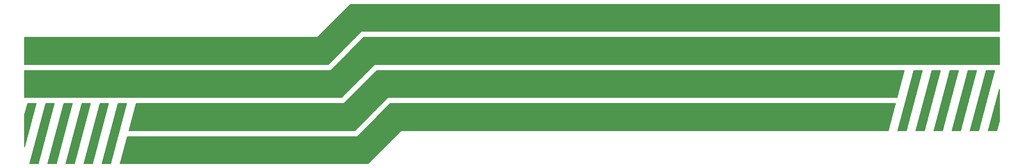
<source format=gtl>
G75*
G70*
%OFA0B0*%
%FSLAX24Y24*%
%IPPOS*%
%LPD*%
%AMOC8*
5,1,8,0,0,1.08239X$1,22.5*
%
%ADD10C,0.0050*%
D10*
X001798Y028770D02*
X003113Y033770D01*
X003813Y033770D01*
X002498Y028770D01*
X001798Y028770D01*
X001809Y028814D02*
X002509Y028814D01*
X002522Y028862D02*
X001822Y028862D01*
X001834Y028911D02*
X002534Y028911D01*
X002547Y028959D02*
X001847Y028959D01*
X001860Y029008D02*
X002560Y029008D01*
X002573Y029056D02*
X001873Y029056D01*
X001886Y029105D02*
X002586Y029105D01*
X002598Y029153D02*
X001898Y029153D01*
X001911Y029202D02*
X002611Y029202D01*
X002624Y029250D02*
X001924Y029250D01*
X001937Y029299D02*
X002637Y029299D01*
X002649Y029347D02*
X001949Y029347D01*
X001962Y029396D02*
X002662Y029396D01*
X002675Y029444D02*
X001975Y029444D01*
X001988Y029493D02*
X002688Y029493D01*
X002700Y029541D02*
X002000Y029541D01*
X002013Y029590D02*
X002713Y029590D01*
X002726Y029638D02*
X002026Y029638D01*
X002039Y029687D02*
X002739Y029687D01*
X002751Y029735D02*
X002051Y029735D01*
X002064Y029784D02*
X002764Y029784D01*
X002777Y029832D02*
X002077Y029832D01*
X002090Y029881D02*
X002790Y029881D01*
X002802Y029929D02*
X002102Y029929D01*
X002115Y029978D02*
X002815Y029978D01*
X002828Y030026D02*
X002128Y030026D01*
X002141Y030075D02*
X002841Y030075D01*
X002853Y030123D02*
X002153Y030123D01*
X002166Y030172D02*
X002866Y030172D01*
X002879Y030220D02*
X002179Y030220D01*
X002192Y030269D02*
X002892Y030269D01*
X002904Y030317D02*
X002204Y030317D01*
X002217Y030366D02*
X002917Y030366D01*
X002930Y030414D02*
X002230Y030414D01*
X002243Y030463D02*
X002943Y030463D01*
X002955Y030511D02*
X002255Y030511D01*
X002268Y030560D02*
X002968Y030560D01*
X002981Y030608D02*
X002281Y030608D01*
X002294Y030657D02*
X002994Y030657D01*
X003006Y030705D02*
X002306Y030705D01*
X002319Y030754D02*
X003019Y030754D01*
X003032Y030802D02*
X002332Y030802D01*
X002345Y030851D02*
X003045Y030851D01*
X003057Y030899D02*
X002357Y030899D01*
X002370Y030948D02*
X003070Y030948D01*
X003083Y030996D02*
X002383Y030996D01*
X002396Y031045D02*
X003096Y031045D01*
X003108Y031093D02*
X002408Y031093D01*
X002421Y031142D02*
X003121Y031142D01*
X003134Y031190D02*
X002434Y031190D01*
X002447Y031239D02*
X003147Y031239D01*
X003160Y031287D02*
X002460Y031287D01*
X002472Y031336D02*
X003172Y031336D01*
X003185Y031384D02*
X002485Y031384D01*
X002498Y031433D02*
X003198Y031433D01*
X003211Y031481D02*
X002511Y031481D01*
X002523Y031530D02*
X003223Y031530D01*
X003236Y031578D02*
X002536Y031578D01*
X002549Y031627D02*
X003249Y031627D01*
X003262Y031675D02*
X002562Y031675D01*
X002574Y031724D02*
X003274Y031724D01*
X003287Y031772D02*
X002587Y031772D01*
X002600Y031821D02*
X003300Y031821D01*
X003313Y031869D02*
X002613Y031869D01*
X002625Y031918D02*
X003325Y031918D01*
X003338Y031966D02*
X002638Y031966D01*
X002651Y032015D02*
X003351Y032015D01*
X003364Y032063D02*
X002664Y032063D01*
X002676Y032112D02*
X003376Y032112D01*
X003389Y032160D02*
X002689Y032160D01*
X002702Y032209D02*
X003402Y032209D01*
X003415Y032257D02*
X002715Y032257D01*
X002727Y032306D02*
X003427Y032306D01*
X003440Y032354D02*
X002740Y032354D01*
X002753Y032403D02*
X003453Y032403D01*
X003466Y032451D02*
X002766Y032451D01*
X002778Y032500D02*
X003478Y032500D01*
X003491Y032548D02*
X002791Y032548D01*
X002804Y032597D02*
X003504Y032597D01*
X003517Y032645D02*
X002817Y032645D01*
X002829Y032694D02*
X003529Y032694D01*
X003542Y032742D02*
X002842Y032742D01*
X002855Y032791D02*
X003555Y032791D01*
X003568Y032839D02*
X002868Y032839D01*
X002880Y032888D02*
X003580Y032888D01*
X003593Y032936D02*
X002893Y032936D01*
X002906Y032985D02*
X003606Y032985D01*
X003619Y033033D02*
X002919Y033033D01*
X002931Y033082D02*
X003631Y033082D01*
X003644Y033130D02*
X002944Y033130D01*
X002957Y033179D02*
X003657Y033179D01*
X003670Y033227D02*
X002970Y033227D01*
X002982Y033276D02*
X003682Y033276D01*
X003695Y033324D02*
X002995Y033324D01*
X003008Y033373D02*
X003708Y033373D01*
X003721Y033421D02*
X003021Y033421D01*
X003034Y033470D02*
X003734Y033470D01*
X003746Y033518D02*
X003046Y033518D01*
X003059Y033567D02*
X003759Y033567D01*
X003772Y033615D02*
X003072Y033615D01*
X003085Y033664D02*
X003785Y033664D01*
X003797Y033712D02*
X003097Y033712D01*
X003110Y033761D02*
X003810Y033761D01*
X004559Y033567D02*
X005259Y033567D01*
X005272Y033615D02*
X004572Y033615D01*
X004585Y033664D02*
X005285Y033664D01*
X005297Y033712D02*
X004597Y033712D01*
X004610Y033761D02*
X005310Y033761D01*
X005313Y033770D02*
X004613Y033770D01*
X003298Y028770D01*
X003998Y028770D01*
X005313Y033770D01*
X005246Y033518D02*
X004546Y033518D01*
X004534Y033470D02*
X005234Y033470D01*
X005221Y033421D02*
X004521Y033421D01*
X004508Y033373D02*
X005208Y033373D01*
X005195Y033324D02*
X004495Y033324D01*
X004482Y033276D02*
X005182Y033276D01*
X005170Y033227D02*
X004470Y033227D01*
X004457Y033179D02*
X005157Y033179D01*
X005144Y033130D02*
X004444Y033130D01*
X004431Y033082D02*
X005131Y033082D01*
X005119Y033033D02*
X004419Y033033D01*
X004406Y032985D02*
X005106Y032985D01*
X005093Y032936D02*
X004393Y032936D01*
X004380Y032888D02*
X005080Y032888D01*
X005068Y032839D02*
X004368Y032839D01*
X004355Y032791D02*
X005055Y032791D01*
X005042Y032742D02*
X004342Y032742D01*
X004329Y032694D02*
X005029Y032694D01*
X005017Y032645D02*
X004317Y032645D01*
X004304Y032597D02*
X005004Y032597D01*
X004991Y032548D02*
X004291Y032548D01*
X004278Y032500D02*
X004978Y032500D01*
X004966Y032451D02*
X004266Y032451D01*
X004253Y032403D02*
X004953Y032403D01*
X004940Y032354D02*
X004240Y032354D01*
X004227Y032306D02*
X004927Y032306D01*
X004915Y032257D02*
X004215Y032257D01*
X004202Y032209D02*
X004902Y032209D01*
X004889Y032160D02*
X004189Y032160D01*
X004176Y032112D02*
X004876Y032112D01*
X004864Y032063D02*
X004164Y032063D01*
X004151Y032015D02*
X004851Y032015D01*
X004838Y031966D02*
X004138Y031966D01*
X004125Y031918D02*
X004825Y031918D01*
X004813Y031869D02*
X004113Y031869D01*
X004100Y031821D02*
X004800Y031821D01*
X004787Y031772D02*
X004087Y031772D01*
X004074Y031724D02*
X004774Y031724D01*
X004762Y031675D02*
X004062Y031675D01*
X004049Y031627D02*
X004749Y031627D01*
X004736Y031578D02*
X004036Y031578D01*
X004023Y031530D02*
X004723Y031530D01*
X004711Y031481D02*
X004011Y031481D01*
X003998Y031433D02*
X004698Y031433D01*
X004685Y031384D02*
X003985Y031384D01*
X003972Y031336D02*
X004672Y031336D01*
X004660Y031287D02*
X003960Y031287D01*
X003947Y031239D02*
X004647Y031239D01*
X004634Y031190D02*
X003934Y031190D01*
X003921Y031142D02*
X004621Y031142D01*
X004608Y031093D02*
X003908Y031093D01*
X003896Y031045D02*
X004596Y031045D01*
X004583Y030996D02*
X003883Y030996D01*
X003870Y030948D02*
X004570Y030948D01*
X004557Y030899D02*
X003857Y030899D01*
X003845Y030851D02*
X004545Y030851D01*
X004532Y030802D02*
X003832Y030802D01*
X003819Y030754D02*
X004519Y030754D01*
X004506Y030705D02*
X003806Y030705D01*
X003794Y030657D02*
X004494Y030657D01*
X004481Y030608D02*
X003781Y030608D01*
X003768Y030560D02*
X004468Y030560D01*
X004455Y030511D02*
X003755Y030511D01*
X003743Y030463D02*
X004443Y030463D01*
X004430Y030414D02*
X003730Y030414D01*
X003717Y030366D02*
X004417Y030366D01*
X004404Y030317D02*
X003704Y030317D01*
X003692Y030269D02*
X004392Y030269D01*
X004379Y030220D02*
X003679Y030220D01*
X003666Y030172D02*
X004366Y030172D01*
X004353Y030123D02*
X003653Y030123D01*
X003641Y030075D02*
X004341Y030075D01*
X004328Y030026D02*
X003628Y030026D01*
X003615Y029978D02*
X004315Y029978D01*
X004302Y029929D02*
X003602Y029929D01*
X003590Y029881D02*
X004290Y029881D01*
X004277Y029832D02*
X003577Y029832D01*
X003564Y029784D02*
X004264Y029784D01*
X004251Y029735D02*
X003551Y029735D01*
X003539Y029687D02*
X004239Y029687D01*
X004226Y029638D02*
X003526Y029638D01*
X003513Y029590D02*
X004213Y029590D01*
X004200Y029541D02*
X003500Y029541D01*
X003488Y029493D02*
X004188Y029493D01*
X004175Y029444D02*
X003475Y029444D01*
X003462Y029396D02*
X004162Y029396D01*
X004149Y029347D02*
X003449Y029347D01*
X003437Y029299D02*
X004137Y029299D01*
X004124Y029250D02*
X003424Y029250D01*
X003411Y029202D02*
X004111Y029202D01*
X004098Y029153D02*
X003398Y029153D01*
X003386Y029105D02*
X004086Y029105D01*
X004073Y029056D02*
X003373Y029056D01*
X003360Y029008D02*
X004060Y029008D01*
X004047Y028959D02*
X003347Y028959D01*
X003334Y028911D02*
X004034Y028911D01*
X004022Y028862D02*
X003322Y028862D01*
X003309Y028814D02*
X004009Y028814D01*
X004798Y028770D02*
X006113Y033770D01*
X006813Y033770D01*
X005498Y028770D01*
X004798Y028770D01*
X004809Y028814D02*
X005509Y028814D01*
X005522Y028862D02*
X004822Y028862D01*
X004834Y028911D02*
X005534Y028911D01*
X005547Y028959D02*
X004847Y028959D01*
X004860Y029008D02*
X005560Y029008D01*
X005573Y029056D02*
X004873Y029056D01*
X004886Y029105D02*
X005586Y029105D01*
X005598Y029153D02*
X004898Y029153D01*
X004911Y029202D02*
X005611Y029202D01*
X005624Y029250D02*
X004924Y029250D01*
X004937Y029299D02*
X005637Y029299D01*
X005649Y029347D02*
X004949Y029347D01*
X004962Y029396D02*
X005662Y029396D01*
X005675Y029444D02*
X004975Y029444D01*
X004988Y029493D02*
X005688Y029493D01*
X005700Y029541D02*
X005000Y029541D01*
X005013Y029590D02*
X005713Y029590D01*
X005726Y029638D02*
X005026Y029638D01*
X005039Y029687D02*
X005739Y029687D01*
X005751Y029735D02*
X005051Y029735D01*
X005064Y029784D02*
X005764Y029784D01*
X005777Y029832D02*
X005077Y029832D01*
X005090Y029881D02*
X005790Y029881D01*
X005802Y029929D02*
X005102Y029929D01*
X005115Y029978D02*
X005815Y029978D01*
X005828Y030026D02*
X005128Y030026D01*
X005141Y030075D02*
X005841Y030075D01*
X005853Y030123D02*
X005153Y030123D01*
X005166Y030172D02*
X005866Y030172D01*
X005879Y030220D02*
X005179Y030220D01*
X005192Y030269D02*
X005892Y030269D01*
X005904Y030317D02*
X005204Y030317D01*
X005217Y030366D02*
X005917Y030366D01*
X005930Y030414D02*
X005230Y030414D01*
X005243Y030463D02*
X005943Y030463D01*
X005955Y030511D02*
X005255Y030511D01*
X005268Y030560D02*
X005968Y030560D01*
X005981Y030608D02*
X005281Y030608D01*
X005294Y030657D02*
X005994Y030657D01*
X006006Y030705D02*
X005306Y030705D01*
X005319Y030754D02*
X006019Y030754D01*
X006032Y030802D02*
X005332Y030802D01*
X005345Y030851D02*
X006045Y030851D01*
X006057Y030899D02*
X005357Y030899D01*
X005370Y030948D02*
X006070Y030948D01*
X006083Y030996D02*
X005383Y030996D01*
X005396Y031045D02*
X006096Y031045D01*
X006108Y031093D02*
X005408Y031093D01*
X005421Y031142D02*
X006121Y031142D01*
X006134Y031190D02*
X005434Y031190D01*
X005447Y031239D02*
X006147Y031239D01*
X006160Y031287D02*
X005460Y031287D01*
X005472Y031336D02*
X006172Y031336D01*
X006185Y031384D02*
X005485Y031384D01*
X005498Y031433D02*
X006198Y031433D01*
X006211Y031481D02*
X005511Y031481D01*
X005523Y031530D02*
X006223Y031530D01*
X006236Y031578D02*
X005536Y031578D01*
X005549Y031627D02*
X006249Y031627D01*
X006262Y031675D02*
X005562Y031675D01*
X005574Y031724D02*
X006274Y031724D01*
X006287Y031772D02*
X005587Y031772D01*
X005600Y031821D02*
X006300Y031821D01*
X006313Y031869D02*
X005613Y031869D01*
X005625Y031918D02*
X006325Y031918D01*
X006338Y031966D02*
X005638Y031966D01*
X005651Y032015D02*
X006351Y032015D01*
X006364Y032063D02*
X005664Y032063D01*
X005676Y032112D02*
X006376Y032112D01*
X006389Y032160D02*
X005689Y032160D01*
X005702Y032209D02*
X006402Y032209D01*
X006415Y032257D02*
X005715Y032257D01*
X005727Y032306D02*
X006427Y032306D01*
X006440Y032354D02*
X005740Y032354D01*
X005753Y032403D02*
X006453Y032403D01*
X006466Y032451D02*
X005766Y032451D01*
X005778Y032500D02*
X006478Y032500D01*
X006491Y032548D02*
X005791Y032548D01*
X005804Y032597D02*
X006504Y032597D01*
X006517Y032645D02*
X005817Y032645D01*
X005829Y032694D02*
X006529Y032694D01*
X006542Y032742D02*
X005842Y032742D01*
X005855Y032791D02*
X006555Y032791D01*
X006568Y032839D02*
X005868Y032839D01*
X005880Y032888D02*
X006580Y032888D01*
X006593Y032936D02*
X005893Y032936D01*
X005906Y032985D02*
X006606Y032985D01*
X006619Y033033D02*
X005919Y033033D01*
X005931Y033082D02*
X006631Y033082D01*
X006644Y033130D02*
X005944Y033130D01*
X005957Y033179D02*
X006657Y033179D01*
X006670Y033227D02*
X005970Y033227D01*
X005982Y033276D02*
X006682Y033276D01*
X006695Y033324D02*
X005995Y033324D01*
X006008Y033373D02*
X006708Y033373D01*
X006721Y033421D02*
X006021Y033421D01*
X006034Y033470D02*
X006734Y033470D01*
X006746Y033518D02*
X006046Y033518D01*
X006059Y033567D02*
X006759Y033567D01*
X006772Y033615D02*
X006072Y033615D01*
X006085Y033664D02*
X006785Y033664D01*
X006797Y033712D02*
X006097Y033712D01*
X006110Y033761D02*
X006810Y033761D01*
X007559Y033567D02*
X008259Y033567D01*
X008272Y033615D02*
X007572Y033615D01*
X007585Y033664D02*
X008285Y033664D01*
X008297Y033712D02*
X007597Y033712D01*
X007610Y033761D02*
X008310Y033761D01*
X008313Y033770D02*
X007613Y033770D01*
X006298Y028770D01*
X006998Y028770D01*
X008313Y033770D01*
X008246Y033518D02*
X007546Y033518D01*
X007534Y033470D02*
X008234Y033470D01*
X008221Y033421D02*
X007521Y033421D01*
X007508Y033373D02*
X008208Y033373D01*
X008195Y033324D02*
X007495Y033324D01*
X007482Y033276D02*
X008182Y033276D01*
X008170Y033227D02*
X007470Y033227D01*
X007457Y033179D02*
X008157Y033179D01*
X008144Y033130D02*
X007444Y033130D01*
X007431Y033082D02*
X008131Y033082D01*
X008119Y033033D02*
X007419Y033033D01*
X007406Y032985D02*
X008106Y032985D01*
X008093Y032936D02*
X007393Y032936D01*
X007380Y032888D02*
X008080Y032888D01*
X008068Y032839D02*
X007368Y032839D01*
X007355Y032791D02*
X008055Y032791D01*
X008042Y032742D02*
X007342Y032742D01*
X007329Y032694D02*
X008029Y032694D01*
X008017Y032645D02*
X007317Y032645D01*
X007304Y032597D02*
X008004Y032597D01*
X007991Y032548D02*
X007291Y032548D01*
X007278Y032500D02*
X007978Y032500D01*
X007966Y032451D02*
X007266Y032451D01*
X007253Y032403D02*
X007953Y032403D01*
X007940Y032354D02*
X007240Y032354D01*
X007227Y032306D02*
X007927Y032306D01*
X007915Y032257D02*
X007215Y032257D01*
X007202Y032209D02*
X007902Y032209D01*
X007889Y032160D02*
X007189Y032160D01*
X007176Y032112D02*
X007876Y032112D01*
X007864Y032063D02*
X007164Y032063D01*
X007151Y032015D02*
X007851Y032015D01*
X007838Y031966D02*
X007138Y031966D01*
X007125Y031918D02*
X007825Y031918D01*
X007813Y031869D02*
X007113Y031869D01*
X007100Y031821D02*
X007800Y031821D01*
X007787Y031772D02*
X007087Y031772D01*
X007074Y031724D02*
X007774Y031724D01*
X007762Y031675D02*
X007062Y031675D01*
X007049Y031627D02*
X007749Y031627D01*
X007736Y031578D02*
X007036Y031578D01*
X007023Y031530D02*
X007723Y031530D01*
X007711Y031481D02*
X007011Y031481D01*
X006998Y031433D02*
X007698Y031433D01*
X007685Y031384D02*
X006985Y031384D01*
X006972Y031336D02*
X007672Y031336D01*
X007660Y031287D02*
X006960Y031287D01*
X006947Y031239D02*
X007647Y031239D01*
X007634Y031190D02*
X006934Y031190D01*
X006921Y031142D02*
X007621Y031142D01*
X007608Y031093D02*
X006908Y031093D01*
X006896Y031045D02*
X007596Y031045D01*
X007583Y030996D02*
X006883Y030996D01*
X006870Y030948D02*
X007570Y030948D01*
X007557Y030899D02*
X006857Y030899D01*
X006845Y030851D02*
X007545Y030851D01*
X007532Y030802D02*
X006832Y030802D01*
X006819Y030754D02*
X007519Y030754D01*
X007506Y030705D02*
X006806Y030705D01*
X006794Y030657D02*
X007494Y030657D01*
X007481Y030608D02*
X006781Y030608D01*
X006768Y030560D02*
X007468Y030560D01*
X007455Y030511D02*
X006755Y030511D01*
X006743Y030463D02*
X007443Y030463D01*
X007430Y030414D02*
X006730Y030414D01*
X006717Y030366D02*
X007417Y030366D01*
X007404Y030317D02*
X006704Y030317D01*
X006692Y030269D02*
X007392Y030269D01*
X007379Y030220D02*
X006679Y030220D01*
X006666Y030172D02*
X007366Y030172D01*
X007353Y030123D02*
X006653Y030123D01*
X006641Y030075D02*
X007341Y030075D01*
X007328Y030026D02*
X006628Y030026D01*
X006615Y029978D02*
X007315Y029978D01*
X007302Y029929D02*
X006602Y029929D01*
X006590Y029881D02*
X007290Y029881D01*
X007277Y029832D02*
X006577Y029832D01*
X006564Y029784D02*
X007264Y029784D01*
X007251Y029735D02*
X006551Y029735D01*
X006539Y029687D02*
X007239Y029687D01*
X007226Y029638D02*
X006526Y029638D01*
X006513Y029590D02*
X007213Y029590D01*
X007200Y029541D02*
X006500Y029541D01*
X006488Y029493D02*
X007188Y029493D01*
X007175Y029444D02*
X006475Y029444D01*
X006462Y029396D02*
X007162Y029396D01*
X007149Y029347D02*
X006449Y029347D01*
X006437Y029299D02*
X007137Y029299D01*
X007124Y029250D02*
X006424Y029250D01*
X006411Y029202D02*
X007111Y029202D01*
X007098Y029153D02*
X006398Y029153D01*
X006386Y029105D02*
X007086Y029105D01*
X007073Y029056D02*
X006373Y029056D01*
X006360Y029008D02*
X007060Y029008D01*
X007047Y028959D02*
X006347Y028959D01*
X006334Y028911D02*
X007034Y028911D01*
X007022Y028862D02*
X006322Y028862D01*
X006309Y028814D02*
X007009Y028814D01*
X007798Y028770D02*
X009113Y033770D01*
X009813Y033770D01*
X008498Y028770D01*
X007798Y028770D01*
X007809Y028814D02*
X008509Y028814D01*
X008522Y028862D02*
X007822Y028862D01*
X007834Y028911D02*
X008534Y028911D01*
X008547Y028959D02*
X007847Y028959D01*
X007860Y029008D02*
X008560Y029008D01*
X008573Y029056D02*
X007873Y029056D01*
X007886Y029105D02*
X008586Y029105D01*
X008598Y029153D02*
X007898Y029153D01*
X007911Y029202D02*
X008611Y029202D01*
X008624Y029250D02*
X007924Y029250D01*
X007937Y029299D02*
X008637Y029299D01*
X008649Y029347D02*
X007949Y029347D01*
X007962Y029396D02*
X008662Y029396D01*
X008675Y029444D02*
X007975Y029444D01*
X007988Y029493D02*
X008688Y029493D01*
X008700Y029541D02*
X008000Y029541D01*
X008013Y029590D02*
X008713Y029590D01*
X008726Y029638D02*
X008026Y029638D01*
X008039Y029687D02*
X008739Y029687D01*
X008751Y029735D02*
X008051Y029735D01*
X008064Y029784D02*
X008764Y029784D01*
X008777Y029832D02*
X008077Y029832D01*
X008090Y029881D02*
X008790Y029881D01*
X008802Y029929D02*
X008102Y029929D01*
X008115Y029978D02*
X008815Y029978D01*
X008828Y030026D02*
X008128Y030026D01*
X008141Y030075D02*
X008841Y030075D01*
X008853Y030123D02*
X008153Y030123D01*
X008166Y030172D02*
X008866Y030172D01*
X008879Y030220D02*
X008179Y030220D01*
X008192Y030269D02*
X008892Y030269D01*
X008904Y030317D02*
X008204Y030317D01*
X008217Y030366D02*
X008917Y030366D01*
X008930Y030414D02*
X008230Y030414D01*
X008243Y030463D02*
X008943Y030463D01*
X008955Y030511D02*
X008255Y030511D01*
X008268Y030560D02*
X008968Y030560D01*
X008981Y030608D02*
X008281Y030608D01*
X008294Y030657D02*
X008994Y030657D01*
X009006Y030705D02*
X008306Y030705D01*
X008319Y030754D02*
X009019Y030754D01*
X009032Y030802D02*
X008332Y030802D01*
X008345Y030851D02*
X009045Y030851D01*
X009057Y030899D02*
X008357Y030899D01*
X008370Y030948D02*
X009070Y030948D01*
X009083Y030996D02*
X008383Y030996D01*
X008396Y031045D02*
X009096Y031045D01*
X009108Y031093D02*
X008408Y031093D01*
X008421Y031142D02*
X009121Y031142D01*
X009134Y031190D02*
X008434Y031190D01*
X008447Y031239D02*
X009147Y031239D01*
X009160Y031287D02*
X008460Y031287D01*
X008472Y031336D02*
X009172Y031336D01*
X009185Y031384D02*
X008485Y031384D01*
X008498Y031433D02*
X009198Y031433D01*
X009211Y031481D02*
X008511Y031481D01*
X008523Y031530D02*
X009223Y031530D01*
X009236Y031578D02*
X008536Y031578D01*
X008549Y031627D02*
X009249Y031627D01*
X009262Y031675D02*
X008562Y031675D01*
X008574Y031724D02*
X009274Y031724D01*
X009287Y031772D02*
X008587Y031772D01*
X008600Y031821D02*
X009300Y031821D01*
X009313Y031869D02*
X008613Y031869D01*
X008625Y031918D02*
X009325Y031918D01*
X009338Y031966D02*
X008638Y031966D01*
X008651Y032015D02*
X009351Y032015D01*
X009364Y032063D02*
X008664Y032063D01*
X008676Y032112D02*
X009376Y032112D01*
X009389Y032160D02*
X008689Y032160D01*
X008702Y032209D02*
X009402Y032209D01*
X009415Y032257D02*
X008715Y032257D01*
X008727Y032306D02*
X009427Y032306D01*
X009440Y032354D02*
X008740Y032354D01*
X008753Y032403D02*
X009453Y032403D01*
X009466Y032451D02*
X008766Y032451D01*
X008778Y032500D02*
X009478Y032500D01*
X009491Y032548D02*
X008791Y032548D01*
X008804Y032597D02*
X009504Y032597D01*
X009517Y032645D02*
X008817Y032645D01*
X008829Y032694D02*
X009529Y032694D01*
X009542Y032742D02*
X008842Y032742D01*
X008855Y032791D02*
X009555Y032791D01*
X009568Y032839D02*
X008868Y032839D01*
X008880Y032888D02*
X009580Y032888D01*
X009593Y032936D02*
X008893Y032936D01*
X008906Y032985D02*
X009606Y032985D01*
X009619Y033033D02*
X008919Y033033D01*
X008931Y033082D02*
X009631Y033082D01*
X009644Y033130D02*
X008944Y033130D01*
X008957Y033179D02*
X009657Y033179D01*
X009670Y033227D02*
X008970Y033227D01*
X008982Y033276D02*
X009682Y033276D01*
X009695Y033324D02*
X008995Y033324D01*
X009008Y033373D02*
X009708Y033373D01*
X009721Y033421D02*
X009021Y033421D01*
X009034Y033470D02*
X009734Y033470D01*
X009746Y033518D02*
X009046Y033518D01*
X009059Y033567D02*
X009759Y033567D01*
X009772Y033615D02*
X009072Y033615D01*
X009085Y033664D02*
X009785Y033664D01*
X009797Y033712D02*
X009097Y033712D01*
X009110Y033761D02*
X009810Y033761D01*
X010559Y033567D02*
X030797Y033567D01*
X030845Y033615D02*
X010572Y033615D01*
X010585Y033664D02*
X030894Y033664D01*
X030942Y033712D02*
X010597Y033712D01*
X010610Y033761D02*
X030991Y033761D01*
X031039Y033809D02*
X027889Y033809D01*
X027850Y033770D02*
X010613Y033770D01*
X010023Y031520D01*
X028750Y031520D01*
X031500Y034270D01*
X073723Y034270D01*
X074313Y036520D01*
X030600Y036520D01*
X027850Y033770D01*
X027938Y033858D02*
X031088Y033858D01*
X031136Y033906D02*
X027986Y033906D01*
X028035Y033955D02*
X031185Y033955D01*
X031233Y034003D02*
X028083Y034003D01*
X028132Y034052D02*
X031282Y034052D01*
X031330Y034100D02*
X028180Y034100D01*
X028229Y034149D02*
X031379Y034149D01*
X031427Y034197D02*
X028277Y034197D01*
X028326Y034246D02*
X031476Y034246D01*
X031700Y033770D02*
X073588Y033770D01*
X072998Y031520D01*
X032600Y031520D01*
X029850Y028770D01*
X009298Y028770D01*
X009888Y031020D01*
X028950Y031020D01*
X031700Y033770D01*
X031691Y033761D02*
X073585Y033761D01*
X073572Y033712D02*
X031642Y033712D01*
X031594Y033664D02*
X073560Y033664D01*
X073547Y033615D02*
X031545Y033615D01*
X031497Y033567D02*
X073534Y033567D01*
X073521Y033518D02*
X031448Y033518D01*
X031400Y033470D02*
X073509Y033470D01*
X073496Y033421D02*
X031351Y033421D01*
X031303Y033373D02*
X073483Y033373D01*
X073471Y033324D02*
X031254Y033324D01*
X031206Y033276D02*
X073458Y033276D01*
X073445Y033227D02*
X031157Y033227D01*
X031109Y033179D02*
X073432Y033179D01*
X073420Y033130D02*
X031060Y033130D01*
X031012Y033082D02*
X073407Y033082D01*
X073394Y033033D02*
X030963Y033033D01*
X030915Y032985D02*
X073382Y032985D01*
X073369Y032936D02*
X030866Y032936D01*
X030818Y032888D02*
X073356Y032888D01*
X073343Y032839D02*
X030769Y032839D01*
X030721Y032791D02*
X073331Y032791D01*
X073318Y032742D02*
X030672Y032742D01*
X030624Y032694D02*
X073305Y032694D01*
X073293Y032645D02*
X030575Y032645D01*
X030527Y032597D02*
X073280Y032597D01*
X073267Y032548D02*
X030478Y032548D01*
X030430Y032500D02*
X073254Y032500D01*
X073242Y032451D02*
X030381Y032451D01*
X030333Y032403D02*
X073229Y032403D01*
X073216Y032354D02*
X030284Y032354D01*
X030236Y032306D02*
X073204Y032306D01*
X073191Y032257D02*
X030187Y032257D01*
X030139Y032209D02*
X073178Y032209D01*
X073165Y032160D02*
X030090Y032160D01*
X030042Y032112D02*
X073153Y032112D01*
X073140Y032063D02*
X029993Y032063D01*
X029945Y032015D02*
X073127Y032015D01*
X073114Y031966D02*
X029896Y031966D01*
X029848Y031918D02*
X073102Y031918D01*
X073089Y031869D02*
X029799Y031869D01*
X029751Y031821D02*
X073076Y031821D01*
X073064Y031772D02*
X029702Y031772D01*
X029654Y031724D02*
X073051Y031724D01*
X073038Y031675D02*
X029605Y031675D01*
X029557Y031627D02*
X073025Y031627D01*
X073013Y031578D02*
X029508Y031578D01*
X029460Y031530D02*
X073000Y031530D01*
X073798Y031520D02*
X075113Y036520D01*
X075813Y036520D01*
X074498Y031520D01*
X073798Y031520D01*
X073800Y031530D02*
X074500Y031530D01*
X074513Y031578D02*
X073813Y031578D01*
X073826Y031627D02*
X074526Y031627D01*
X074538Y031675D02*
X073838Y031675D01*
X073851Y031724D02*
X074551Y031724D01*
X074564Y031772D02*
X073864Y031772D01*
X073877Y031821D02*
X074577Y031821D01*
X074589Y031869D02*
X073889Y031869D01*
X073902Y031918D02*
X074602Y031918D01*
X074615Y031966D02*
X073915Y031966D01*
X073928Y032015D02*
X074628Y032015D01*
X074640Y032063D02*
X073940Y032063D01*
X073953Y032112D02*
X074653Y032112D01*
X074666Y032160D02*
X073966Y032160D01*
X073979Y032209D02*
X074679Y032209D01*
X074691Y032257D02*
X073991Y032257D01*
X074004Y032306D02*
X074704Y032306D01*
X074717Y032354D02*
X074017Y032354D01*
X074030Y032403D02*
X074730Y032403D01*
X074742Y032451D02*
X074042Y032451D01*
X074055Y032500D02*
X074755Y032500D01*
X074768Y032548D02*
X074068Y032548D01*
X074081Y032597D02*
X074781Y032597D01*
X074793Y032645D02*
X074093Y032645D01*
X074106Y032694D02*
X074806Y032694D01*
X074819Y032742D02*
X074119Y032742D01*
X074132Y032791D02*
X074832Y032791D01*
X074844Y032839D02*
X074144Y032839D01*
X074157Y032888D02*
X074857Y032888D01*
X074870Y032936D02*
X074170Y032936D01*
X074183Y032985D02*
X074883Y032985D01*
X074895Y033033D02*
X074195Y033033D01*
X074208Y033082D02*
X074908Y033082D01*
X074921Y033130D02*
X074221Y033130D01*
X074234Y033179D02*
X074934Y033179D01*
X074946Y033227D02*
X074246Y033227D01*
X074259Y033276D02*
X074959Y033276D01*
X074972Y033324D02*
X074272Y033324D01*
X074285Y033373D02*
X074985Y033373D01*
X074998Y033421D02*
X074298Y033421D01*
X074310Y033470D02*
X075010Y033470D01*
X075023Y033518D02*
X074323Y033518D01*
X074336Y033567D02*
X075036Y033567D01*
X075049Y033615D02*
X074349Y033615D01*
X074361Y033664D02*
X075061Y033664D01*
X075074Y033712D02*
X074374Y033712D01*
X074387Y033761D02*
X075087Y033761D01*
X075100Y033809D02*
X074400Y033809D01*
X074412Y033858D02*
X075112Y033858D01*
X075125Y033906D02*
X074425Y033906D01*
X074438Y033955D02*
X075138Y033955D01*
X075151Y034003D02*
X074451Y034003D01*
X074463Y034052D02*
X075163Y034052D01*
X075176Y034100D02*
X074476Y034100D01*
X074489Y034149D02*
X075189Y034149D01*
X075202Y034197D02*
X074502Y034197D01*
X074514Y034246D02*
X075214Y034246D01*
X075227Y034294D02*
X074527Y034294D01*
X074540Y034343D02*
X075240Y034343D01*
X075253Y034391D02*
X074553Y034391D01*
X074565Y034440D02*
X075265Y034440D01*
X075278Y034488D02*
X074578Y034488D01*
X074591Y034537D02*
X075291Y034537D01*
X075304Y034585D02*
X074604Y034585D01*
X074616Y034634D02*
X075316Y034634D01*
X075329Y034682D02*
X074629Y034682D01*
X074642Y034731D02*
X075342Y034731D01*
X075355Y034779D02*
X074655Y034779D01*
X074667Y034828D02*
X075367Y034828D01*
X075380Y034876D02*
X074680Y034876D01*
X074693Y034925D02*
X075393Y034925D01*
X075406Y034973D02*
X074706Y034973D01*
X074718Y035022D02*
X075418Y035022D01*
X075431Y035070D02*
X074731Y035070D01*
X074744Y035119D02*
X075444Y035119D01*
X075457Y035167D02*
X074757Y035167D01*
X074769Y035216D02*
X075469Y035216D01*
X075482Y035264D02*
X074782Y035264D01*
X074795Y035313D02*
X075495Y035313D01*
X075508Y035361D02*
X074808Y035361D01*
X074820Y035410D02*
X075520Y035410D01*
X075533Y035458D02*
X074833Y035458D01*
X074846Y035507D02*
X075546Y035507D01*
X075559Y035555D02*
X074859Y035555D01*
X074872Y035604D02*
X075572Y035604D01*
X075584Y035652D02*
X074884Y035652D01*
X074897Y035701D02*
X075597Y035701D01*
X075610Y035749D02*
X074910Y035749D01*
X074923Y035798D02*
X075623Y035798D01*
X075635Y035846D02*
X074935Y035846D01*
X074948Y035895D02*
X075648Y035895D01*
X075661Y035943D02*
X074961Y035943D01*
X074974Y035992D02*
X075674Y035992D01*
X075686Y036040D02*
X074986Y036040D01*
X074999Y036089D02*
X075699Y036089D01*
X075712Y036137D02*
X075012Y036137D01*
X075025Y036186D02*
X075725Y036186D01*
X075737Y036234D02*
X075037Y036234D01*
X075050Y036283D02*
X075750Y036283D01*
X075763Y036331D02*
X075063Y036331D01*
X075076Y036380D02*
X075776Y036380D01*
X075788Y036428D02*
X075088Y036428D01*
X075101Y036477D02*
X075801Y036477D01*
X076550Y036283D02*
X077250Y036283D01*
X077263Y036331D02*
X076563Y036331D01*
X076576Y036380D02*
X077276Y036380D01*
X077288Y036428D02*
X076588Y036428D01*
X076601Y036477D02*
X077301Y036477D01*
X077313Y036520D02*
X076613Y036520D01*
X075298Y031520D01*
X075998Y031520D01*
X077313Y036520D01*
X077237Y036234D02*
X076537Y036234D01*
X076525Y036186D02*
X077225Y036186D01*
X077212Y036137D02*
X076512Y036137D01*
X076499Y036089D02*
X077199Y036089D01*
X077186Y036040D02*
X076486Y036040D01*
X076474Y035992D02*
X077174Y035992D01*
X077161Y035943D02*
X076461Y035943D01*
X076448Y035895D02*
X077148Y035895D01*
X077135Y035846D02*
X076435Y035846D01*
X076423Y035798D02*
X077123Y035798D01*
X077110Y035749D02*
X076410Y035749D01*
X076397Y035701D02*
X077097Y035701D01*
X077084Y035652D02*
X076384Y035652D01*
X076372Y035604D02*
X077072Y035604D01*
X077059Y035555D02*
X076359Y035555D01*
X076346Y035507D02*
X077046Y035507D01*
X077033Y035458D02*
X076333Y035458D01*
X076320Y035410D02*
X077020Y035410D01*
X077008Y035361D02*
X076308Y035361D01*
X076295Y035313D02*
X076995Y035313D01*
X076982Y035264D02*
X076282Y035264D01*
X076269Y035216D02*
X076969Y035216D01*
X076957Y035167D02*
X076257Y035167D01*
X076244Y035119D02*
X076944Y035119D01*
X076931Y035070D02*
X076231Y035070D01*
X076218Y035022D02*
X076918Y035022D01*
X076906Y034973D02*
X076206Y034973D01*
X076193Y034925D02*
X076893Y034925D01*
X076880Y034876D02*
X076180Y034876D01*
X076167Y034828D02*
X076867Y034828D01*
X076855Y034779D02*
X076155Y034779D01*
X076142Y034731D02*
X076842Y034731D01*
X076829Y034682D02*
X076129Y034682D01*
X076116Y034634D02*
X076816Y034634D01*
X076804Y034585D02*
X076104Y034585D01*
X076091Y034537D02*
X076791Y034537D01*
X076778Y034488D02*
X076078Y034488D01*
X076065Y034440D02*
X076765Y034440D01*
X076753Y034391D02*
X076053Y034391D01*
X076040Y034343D02*
X076740Y034343D01*
X076727Y034294D02*
X076027Y034294D01*
X076014Y034246D02*
X076714Y034246D01*
X076702Y034197D02*
X076002Y034197D01*
X075989Y034149D02*
X076689Y034149D01*
X076676Y034100D02*
X075976Y034100D01*
X075963Y034052D02*
X076663Y034052D01*
X076651Y034003D02*
X075951Y034003D01*
X075938Y033955D02*
X076638Y033955D01*
X076625Y033906D02*
X075925Y033906D01*
X075912Y033858D02*
X076612Y033858D01*
X076600Y033809D02*
X075900Y033809D01*
X075887Y033761D02*
X076587Y033761D01*
X076574Y033712D02*
X075874Y033712D01*
X075861Y033664D02*
X076561Y033664D01*
X076549Y033615D02*
X075849Y033615D01*
X075836Y033567D02*
X076536Y033567D01*
X076523Y033518D02*
X075823Y033518D01*
X075810Y033470D02*
X076510Y033470D01*
X076498Y033421D02*
X075798Y033421D01*
X075785Y033373D02*
X076485Y033373D01*
X076472Y033324D02*
X075772Y033324D01*
X075759Y033276D02*
X076459Y033276D01*
X076446Y033227D02*
X075746Y033227D01*
X075734Y033179D02*
X076434Y033179D01*
X076421Y033130D02*
X075721Y033130D01*
X075708Y033082D02*
X076408Y033082D01*
X076395Y033033D02*
X075695Y033033D01*
X075683Y032985D02*
X076383Y032985D01*
X076370Y032936D02*
X075670Y032936D01*
X075657Y032888D02*
X076357Y032888D01*
X076344Y032839D02*
X075644Y032839D01*
X075632Y032791D02*
X076332Y032791D01*
X076319Y032742D02*
X075619Y032742D01*
X075606Y032694D02*
X076306Y032694D01*
X076293Y032645D02*
X075593Y032645D01*
X075581Y032597D02*
X076281Y032597D01*
X076268Y032548D02*
X075568Y032548D01*
X075555Y032500D02*
X076255Y032500D01*
X076242Y032451D02*
X075542Y032451D01*
X075530Y032403D02*
X076230Y032403D01*
X076217Y032354D02*
X075517Y032354D01*
X075504Y032306D02*
X076204Y032306D01*
X076191Y032257D02*
X075491Y032257D01*
X075479Y032209D02*
X076179Y032209D01*
X076166Y032160D02*
X075466Y032160D01*
X075453Y032112D02*
X076153Y032112D01*
X076140Y032063D02*
X075440Y032063D01*
X075428Y032015D02*
X076128Y032015D01*
X076115Y031966D02*
X075415Y031966D01*
X075402Y031918D02*
X076102Y031918D01*
X076089Y031869D02*
X075389Y031869D01*
X075377Y031821D02*
X076077Y031821D01*
X076064Y031772D02*
X075364Y031772D01*
X075351Y031724D02*
X076051Y031724D01*
X076038Y031675D02*
X075338Y031675D01*
X075326Y031627D02*
X076026Y031627D01*
X076013Y031578D02*
X075313Y031578D01*
X075300Y031530D02*
X076000Y031530D01*
X076798Y031520D02*
X078113Y036520D01*
X078813Y036520D01*
X077498Y031520D01*
X076798Y031520D01*
X076800Y031530D02*
X077500Y031530D01*
X077513Y031578D02*
X076813Y031578D01*
X076826Y031627D02*
X077526Y031627D01*
X077538Y031675D02*
X076838Y031675D01*
X076851Y031724D02*
X077551Y031724D01*
X077564Y031772D02*
X076864Y031772D01*
X076877Y031821D02*
X077577Y031821D01*
X077589Y031869D02*
X076889Y031869D01*
X076902Y031918D02*
X077602Y031918D01*
X077615Y031966D02*
X076915Y031966D01*
X076928Y032015D02*
X077628Y032015D01*
X077640Y032063D02*
X076940Y032063D01*
X076953Y032112D02*
X077653Y032112D01*
X077666Y032160D02*
X076966Y032160D01*
X076979Y032209D02*
X077679Y032209D01*
X077691Y032257D02*
X076991Y032257D01*
X077004Y032306D02*
X077704Y032306D01*
X077717Y032354D02*
X077017Y032354D01*
X077030Y032403D02*
X077730Y032403D01*
X077742Y032451D02*
X077042Y032451D01*
X077055Y032500D02*
X077755Y032500D01*
X077768Y032548D02*
X077068Y032548D01*
X077081Y032597D02*
X077781Y032597D01*
X077793Y032645D02*
X077093Y032645D01*
X077106Y032694D02*
X077806Y032694D01*
X077819Y032742D02*
X077119Y032742D01*
X077132Y032791D02*
X077832Y032791D01*
X077844Y032839D02*
X077144Y032839D01*
X077157Y032888D02*
X077857Y032888D01*
X077870Y032936D02*
X077170Y032936D01*
X077183Y032985D02*
X077883Y032985D01*
X077895Y033033D02*
X077195Y033033D01*
X077208Y033082D02*
X077908Y033082D01*
X077921Y033130D02*
X077221Y033130D01*
X077234Y033179D02*
X077934Y033179D01*
X077946Y033227D02*
X077246Y033227D01*
X077259Y033276D02*
X077959Y033276D01*
X077972Y033324D02*
X077272Y033324D01*
X077285Y033373D02*
X077985Y033373D01*
X077998Y033421D02*
X077298Y033421D01*
X077310Y033470D02*
X078010Y033470D01*
X078023Y033518D02*
X077323Y033518D01*
X077336Y033567D02*
X078036Y033567D01*
X078049Y033615D02*
X077349Y033615D01*
X077361Y033664D02*
X078061Y033664D01*
X078074Y033712D02*
X077374Y033712D01*
X077387Y033761D02*
X078087Y033761D01*
X078100Y033809D02*
X077400Y033809D01*
X077412Y033858D02*
X078112Y033858D01*
X078125Y033906D02*
X077425Y033906D01*
X077438Y033955D02*
X078138Y033955D01*
X078151Y034003D02*
X077451Y034003D01*
X077463Y034052D02*
X078163Y034052D01*
X078176Y034100D02*
X077476Y034100D01*
X077489Y034149D02*
X078189Y034149D01*
X078202Y034197D02*
X077502Y034197D01*
X077514Y034246D02*
X078214Y034246D01*
X078227Y034294D02*
X077527Y034294D01*
X077540Y034343D02*
X078240Y034343D01*
X078253Y034391D02*
X077553Y034391D01*
X077565Y034440D02*
X078265Y034440D01*
X078278Y034488D02*
X077578Y034488D01*
X077591Y034537D02*
X078291Y034537D01*
X078304Y034585D02*
X077604Y034585D01*
X077616Y034634D02*
X078316Y034634D01*
X078329Y034682D02*
X077629Y034682D01*
X077642Y034731D02*
X078342Y034731D01*
X078355Y034779D02*
X077655Y034779D01*
X077667Y034828D02*
X078367Y034828D01*
X078380Y034876D02*
X077680Y034876D01*
X077693Y034925D02*
X078393Y034925D01*
X078406Y034973D02*
X077706Y034973D01*
X077718Y035022D02*
X078418Y035022D01*
X078431Y035070D02*
X077731Y035070D01*
X077744Y035119D02*
X078444Y035119D01*
X078457Y035167D02*
X077757Y035167D01*
X077769Y035216D02*
X078469Y035216D01*
X078482Y035264D02*
X077782Y035264D01*
X077795Y035313D02*
X078495Y035313D01*
X078508Y035361D02*
X077808Y035361D01*
X077820Y035410D02*
X078520Y035410D01*
X078533Y035458D02*
X077833Y035458D01*
X077846Y035507D02*
X078546Y035507D01*
X078559Y035555D02*
X077859Y035555D01*
X077872Y035604D02*
X078572Y035604D01*
X078584Y035652D02*
X077884Y035652D01*
X077897Y035701D02*
X078597Y035701D01*
X078610Y035749D02*
X077910Y035749D01*
X077923Y035798D02*
X078623Y035798D01*
X078635Y035846D02*
X077935Y035846D01*
X077948Y035895D02*
X078648Y035895D01*
X078661Y035943D02*
X077961Y035943D01*
X077974Y035992D02*
X078674Y035992D01*
X078686Y036040D02*
X077986Y036040D01*
X077999Y036089D02*
X078699Y036089D01*
X078712Y036137D02*
X078012Y036137D01*
X078025Y036186D02*
X078725Y036186D01*
X078737Y036234D02*
X078037Y036234D01*
X078050Y036283D02*
X078750Y036283D01*
X078763Y036331D02*
X078063Y036331D01*
X078076Y036380D02*
X078776Y036380D01*
X078788Y036428D02*
X078088Y036428D01*
X078101Y036477D02*
X078801Y036477D01*
X079550Y036283D02*
X080250Y036283D01*
X080263Y036331D02*
X079563Y036331D01*
X079576Y036380D02*
X080276Y036380D01*
X080288Y036428D02*
X079588Y036428D01*
X079601Y036477D02*
X080301Y036477D01*
X080313Y036520D02*
X079613Y036520D01*
X078298Y031520D01*
X078998Y031520D01*
X080313Y036520D01*
X080237Y036234D02*
X079537Y036234D01*
X079525Y036186D02*
X080225Y036186D01*
X080212Y036137D02*
X079512Y036137D01*
X079499Y036089D02*
X080199Y036089D01*
X080186Y036040D02*
X079486Y036040D01*
X079474Y035992D02*
X080174Y035992D01*
X080161Y035943D02*
X079461Y035943D01*
X079448Y035895D02*
X080148Y035895D01*
X080135Y035846D02*
X079435Y035846D01*
X079423Y035798D02*
X080123Y035798D01*
X080110Y035749D02*
X079410Y035749D01*
X079397Y035701D02*
X080097Y035701D01*
X080084Y035652D02*
X079384Y035652D01*
X079372Y035604D02*
X080072Y035604D01*
X080059Y035555D02*
X079359Y035555D01*
X079346Y035507D02*
X080046Y035507D01*
X080033Y035458D02*
X079333Y035458D01*
X079320Y035410D02*
X080020Y035410D01*
X080008Y035361D02*
X079308Y035361D01*
X079295Y035313D02*
X079995Y035313D01*
X079982Y035264D02*
X079282Y035264D01*
X079269Y035216D02*
X079969Y035216D01*
X079957Y035167D02*
X079257Y035167D01*
X079244Y035119D02*
X079944Y035119D01*
X079931Y035070D02*
X079231Y035070D01*
X079218Y035022D02*
X079918Y035022D01*
X079906Y034973D02*
X079206Y034973D01*
X079193Y034925D02*
X079893Y034925D01*
X079880Y034876D02*
X079180Y034876D01*
X079167Y034828D02*
X079867Y034828D01*
X079855Y034779D02*
X079155Y034779D01*
X079142Y034731D02*
X079842Y034731D01*
X079829Y034682D02*
X079129Y034682D01*
X079116Y034634D02*
X079816Y034634D01*
X079804Y034585D02*
X079104Y034585D01*
X079091Y034537D02*
X079791Y034537D01*
X079778Y034488D02*
X079078Y034488D01*
X079065Y034440D02*
X079765Y034440D01*
X079753Y034391D02*
X079053Y034391D01*
X079040Y034343D02*
X079740Y034343D01*
X079727Y034294D02*
X079027Y034294D01*
X079014Y034246D02*
X079714Y034246D01*
X079702Y034197D02*
X079002Y034197D01*
X078989Y034149D02*
X079689Y034149D01*
X079676Y034100D02*
X078976Y034100D01*
X078963Y034052D02*
X079663Y034052D01*
X079651Y034003D02*
X078951Y034003D01*
X078938Y033955D02*
X079638Y033955D01*
X079625Y033906D02*
X078925Y033906D01*
X078912Y033858D02*
X079612Y033858D01*
X079600Y033809D02*
X078900Y033809D01*
X078887Y033761D02*
X079587Y033761D01*
X079574Y033712D02*
X078874Y033712D01*
X078861Y033664D02*
X079561Y033664D01*
X079549Y033615D02*
X078849Y033615D01*
X078836Y033567D02*
X079536Y033567D01*
X079523Y033518D02*
X078823Y033518D01*
X078810Y033470D02*
X079510Y033470D01*
X079498Y033421D02*
X078798Y033421D01*
X078785Y033373D02*
X079485Y033373D01*
X079472Y033324D02*
X078772Y033324D01*
X078759Y033276D02*
X079459Y033276D01*
X079446Y033227D02*
X078746Y033227D01*
X078734Y033179D02*
X079434Y033179D01*
X079421Y033130D02*
X078721Y033130D01*
X078708Y033082D02*
X079408Y033082D01*
X079395Y033033D02*
X078695Y033033D01*
X078683Y032985D02*
X079383Y032985D01*
X079370Y032936D02*
X078670Y032936D01*
X078657Y032888D02*
X079357Y032888D01*
X079344Y032839D02*
X078644Y032839D01*
X078632Y032791D02*
X079332Y032791D01*
X079319Y032742D02*
X078619Y032742D01*
X078606Y032694D02*
X079306Y032694D01*
X079293Y032645D02*
X078593Y032645D01*
X078581Y032597D02*
X079281Y032597D01*
X079268Y032548D02*
X078568Y032548D01*
X078555Y032500D02*
X079255Y032500D01*
X079242Y032451D02*
X078542Y032451D01*
X078530Y032403D02*
X079230Y032403D01*
X079217Y032354D02*
X078517Y032354D01*
X078504Y032306D02*
X079204Y032306D01*
X079191Y032257D02*
X078491Y032257D01*
X078479Y032209D02*
X079179Y032209D01*
X079166Y032160D02*
X078466Y032160D01*
X078453Y032112D02*
X079153Y032112D01*
X079140Y032063D02*
X078440Y032063D01*
X078428Y032015D02*
X079128Y032015D01*
X079115Y031966D02*
X078415Y031966D01*
X078402Y031918D02*
X079102Y031918D01*
X079089Y031869D02*
X078389Y031869D01*
X078377Y031821D02*
X079077Y031821D01*
X079064Y031772D02*
X078364Y031772D01*
X078351Y031724D02*
X079051Y031724D01*
X079038Y031675D02*
X078338Y031675D01*
X078326Y031627D02*
X079026Y031627D01*
X079013Y031578D02*
X078313Y031578D01*
X078300Y031530D02*
X079000Y031530D01*
X079798Y031520D02*
X081113Y036520D01*
X081813Y036520D01*
X080498Y031520D01*
X079798Y031520D01*
X079800Y031530D02*
X080500Y031530D01*
X080513Y031578D02*
X079813Y031578D01*
X079826Y031627D02*
X080526Y031627D01*
X080538Y031675D02*
X079838Y031675D01*
X079851Y031724D02*
X080551Y031724D01*
X080564Y031772D02*
X079864Y031772D01*
X079877Y031821D02*
X080577Y031821D01*
X080589Y031869D02*
X079889Y031869D01*
X079902Y031918D02*
X080602Y031918D01*
X080615Y031966D02*
X079915Y031966D01*
X079928Y032015D02*
X080628Y032015D01*
X080640Y032063D02*
X079940Y032063D01*
X079953Y032112D02*
X080653Y032112D01*
X080666Y032160D02*
X079966Y032160D01*
X079979Y032209D02*
X080679Y032209D01*
X080691Y032257D02*
X079991Y032257D01*
X080004Y032306D02*
X080704Y032306D01*
X080717Y032354D02*
X080017Y032354D01*
X080030Y032403D02*
X080730Y032403D01*
X080742Y032451D02*
X080042Y032451D01*
X080055Y032500D02*
X080755Y032500D01*
X080768Y032548D02*
X080068Y032548D01*
X080081Y032597D02*
X080781Y032597D01*
X080793Y032645D02*
X080093Y032645D01*
X080106Y032694D02*
X080806Y032694D01*
X080819Y032742D02*
X080119Y032742D01*
X080132Y032791D02*
X080832Y032791D01*
X080844Y032839D02*
X080144Y032839D01*
X080157Y032888D02*
X080857Y032888D01*
X080870Y032936D02*
X080170Y032936D01*
X080183Y032985D02*
X080883Y032985D01*
X080895Y033033D02*
X080195Y033033D01*
X080208Y033082D02*
X080908Y033082D01*
X080921Y033130D02*
X080221Y033130D01*
X080234Y033179D02*
X080934Y033179D01*
X080946Y033227D02*
X080246Y033227D01*
X080259Y033276D02*
X080959Y033276D01*
X080972Y033324D02*
X080272Y033324D01*
X080285Y033373D02*
X080985Y033373D01*
X080998Y033421D02*
X080298Y033421D01*
X080310Y033470D02*
X081010Y033470D01*
X081023Y033518D02*
X080323Y033518D01*
X080336Y033567D02*
X081036Y033567D01*
X081049Y033615D02*
X080349Y033615D01*
X080361Y033664D02*
X081061Y033664D01*
X081074Y033712D02*
X080374Y033712D01*
X080387Y033761D02*
X081087Y033761D01*
X081100Y033809D02*
X080400Y033809D01*
X080412Y033858D02*
X081112Y033858D01*
X081125Y033906D02*
X080425Y033906D01*
X080438Y033955D02*
X081138Y033955D01*
X081151Y034003D02*
X080451Y034003D01*
X080463Y034052D02*
X081163Y034052D01*
X081176Y034100D02*
X080476Y034100D01*
X080489Y034149D02*
X081189Y034149D01*
X081202Y034197D02*
X080502Y034197D01*
X080514Y034246D02*
X081214Y034246D01*
X081227Y034294D02*
X080527Y034294D01*
X080540Y034343D02*
X081240Y034343D01*
X081253Y034391D02*
X080553Y034391D01*
X080565Y034440D02*
X081265Y034440D01*
X081278Y034488D02*
X080578Y034488D01*
X080591Y034537D02*
X081291Y034537D01*
X081304Y034585D02*
X080604Y034585D01*
X080616Y034634D02*
X081316Y034634D01*
X081329Y034682D02*
X080629Y034682D01*
X080642Y034731D02*
X081342Y034731D01*
X081355Y034779D02*
X080655Y034779D01*
X080667Y034828D02*
X081367Y034828D01*
X081380Y034876D02*
X080680Y034876D01*
X080693Y034925D02*
X081393Y034925D01*
X081406Y034973D02*
X080706Y034973D01*
X080718Y035022D02*
X081418Y035022D01*
X081431Y035070D02*
X080731Y035070D01*
X080744Y035119D02*
X081444Y035119D01*
X081457Y035167D02*
X080757Y035167D01*
X080769Y035216D02*
X081469Y035216D01*
X081482Y035264D02*
X080782Y035264D01*
X080795Y035313D02*
X081495Y035313D01*
X081508Y035361D02*
X080808Y035361D01*
X080820Y035410D02*
X081520Y035410D01*
X081533Y035458D02*
X080833Y035458D01*
X080846Y035507D02*
X081546Y035507D01*
X081559Y035555D02*
X080859Y035555D01*
X080872Y035604D02*
X081572Y035604D01*
X081584Y035652D02*
X080884Y035652D01*
X080897Y035701D02*
X081597Y035701D01*
X081610Y035749D02*
X080910Y035749D01*
X080923Y035798D02*
X081623Y035798D01*
X081635Y035846D02*
X080935Y035846D01*
X080948Y035895D02*
X081648Y035895D01*
X081661Y035943D02*
X080961Y035943D01*
X080974Y035992D02*
X081674Y035992D01*
X081686Y036040D02*
X080986Y036040D01*
X080999Y036089D02*
X081699Y036089D01*
X081712Y036137D02*
X081012Y036137D01*
X081025Y036186D02*
X081725Y036186D01*
X081737Y036234D02*
X081037Y036234D01*
X081050Y036283D02*
X081750Y036283D01*
X081763Y036331D02*
X081063Y036331D01*
X081076Y036380D02*
X081776Y036380D01*
X081788Y036428D02*
X081088Y036428D01*
X081101Y036477D02*
X081801Y036477D01*
X082207Y037020D02*
X030400Y037020D01*
X027650Y034270D01*
X001368Y034270D01*
X001368Y036520D01*
X026750Y036520D01*
X029500Y039270D01*
X082207Y039270D01*
X082207Y037020D01*
X082207Y037059D02*
X027289Y037059D01*
X027337Y037107D02*
X082207Y037107D01*
X082207Y037156D02*
X027386Y037156D01*
X027434Y037204D02*
X082207Y037204D01*
X082207Y037253D02*
X027483Y037253D01*
X027531Y037301D02*
X082207Y037301D01*
X082207Y037350D02*
X027580Y037350D01*
X027628Y037398D02*
X082207Y037398D01*
X082207Y037447D02*
X027677Y037447D01*
X027725Y037495D02*
X082207Y037495D01*
X082207Y037544D02*
X027774Y037544D01*
X027822Y037592D02*
X082207Y037592D01*
X082207Y037641D02*
X027871Y037641D01*
X027919Y037689D02*
X082207Y037689D01*
X082207Y037738D02*
X027968Y037738D01*
X028016Y037786D02*
X082207Y037786D01*
X082207Y037835D02*
X028065Y037835D01*
X028113Y037883D02*
X082207Y037883D01*
X082207Y037932D02*
X028162Y037932D01*
X028210Y037980D02*
X082207Y037980D01*
X082207Y038029D02*
X028259Y038029D01*
X028307Y038077D02*
X082207Y038077D01*
X082207Y038126D02*
X028356Y038126D01*
X028404Y038174D02*
X082207Y038174D01*
X082207Y038223D02*
X028453Y038223D01*
X028501Y038271D02*
X082207Y038271D01*
X082207Y038320D02*
X028550Y038320D01*
X028598Y038368D02*
X082207Y038368D01*
X082207Y038417D02*
X028647Y038417D01*
X028695Y038465D02*
X082207Y038465D01*
X082207Y038514D02*
X028744Y038514D01*
X028792Y038562D02*
X082207Y038562D01*
X082207Y038611D02*
X028841Y038611D01*
X028889Y038659D02*
X082207Y038659D01*
X082207Y038708D02*
X028938Y038708D01*
X028986Y038756D02*
X082207Y038756D01*
X082207Y038805D02*
X029035Y038805D01*
X029083Y038853D02*
X082207Y038853D01*
X082207Y038902D02*
X029132Y038902D01*
X029180Y038950D02*
X082207Y038950D01*
X082207Y038999D02*
X029229Y038999D01*
X029277Y039047D02*
X082207Y039047D01*
X082207Y039096D02*
X029326Y039096D01*
X029374Y039144D02*
X082207Y039144D01*
X082207Y039193D02*
X029423Y039193D01*
X029471Y039241D02*
X082207Y039241D01*
X082207Y039770D02*
X029300Y039770D01*
X026550Y037020D01*
X001368Y037020D01*
X001368Y039270D01*
X025650Y039270D01*
X028400Y042020D01*
X082207Y042020D01*
X082207Y039770D01*
X082207Y039775D02*
X026155Y039775D01*
X026203Y039823D02*
X082207Y039823D01*
X082207Y039872D02*
X026252Y039872D01*
X026300Y039920D02*
X082207Y039920D01*
X082207Y039969D02*
X026349Y039969D01*
X026397Y040017D02*
X082207Y040017D01*
X082207Y040066D02*
X026446Y040066D01*
X026494Y040114D02*
X082207Y040114D01*
X082207Y040163D02*
X026543Y040163D01*
X026591Y040211D02*
X082207Y040211D01*
X082207Y040260D02*
X026640Y040260D01*
X026688Y040308D02*
X082207Y040308D01*
X082207Y040357D02*
X026737Y040357D01*
X026785Y040405D02*
X082207Y040405D01*
X082207Y040454D02*
X026834Y040454D01*
X026882Y040502D02*
X082207Y040502D01*
X082207Y040551D02*
X026931Y040551D01*
X026979Y040599D02*
X082207Y040599D01*
X082207Y040648D02*
X027028Y040648D01*
X027076Y040696D02*
X082207Y040696D01*
X082207Y040745D02*
X027125Y040745D01*
X027173Y040793D02*
X082207Y040793D01*
X082207Y040842D02*
X027222Y040842D01*
X027270Y040890D02*
X082207Y040890D01*
X082207Y040939D02*
X027319Y040939D01*
X027367Y040987D02*
X082207Y040987D01*
X082207Y041036D02*
X027416Y041036D01*
X027464Y041084D02*
X082207Y041084D01*
X082207Y041133D02*
X027513Y041133D01*
X027561Y041181D02*
X082207Y041181D01*
X082207Y041230D02*
X027610Y041230D01*
X027658Y041278D02*
X082207Y041278D01*
X082207Y041327D02*
X027707Y041327D01*
X027755Y041375D02*
X082207Y041375D01*
X082207Y041424D02*
X027804Y041424D01*
X027852Y041472D02*
X082207Y041472D01*
X082207Y041521D02*
X027901Y041521D01*
X027949Y041569D02*
X082207Y041569D01*
X082207Y041618D02*
X027998Y041618D01*
X028046Y041666D02*
X082207Y041666D01*
X082207Y041715D02*
X028095Y041715D01*
X028143Y041763D02*
X082207Y041763D01*
X082207Y041812D02*
X028192Y041812D01*
X028240Y041860D02*
X082207Y041860D01*
X082207Y041909D02*
X028289Y041909D01*
X028337Y041957D02*
X082207Y041957D01*
X082207Y042006D02*
X028386Y042006D01*
X029256Y039726D02*
X026106Y039726D01*
X026058Y039678D02*
X029208Y039678D01*
X029159Y039629D02*
X026009Y039629D01*
X025961Y039581D02*
X029111Y039581D01*
X029062Y039532D02*
X025912Y039532D01*
X025864Y039484D02*
X029014Y039484D01*
X028965Y039435D02*
X025815Y039435D01*
X025767Y039387D02*
X028917Y039387D01*
X028868Y039338D02*
X025718Y039338D01*
X025670Y039290D02*
X028820Y039290D01*
X028771Y039241D02*
X001368Y039241D01*
X001368Y039193D02*
X028723Y039193D01*
X028674Y039144D02*
X001368Y039144D01*
X001368Y039096D02*
X028626Y039096D01*
X028577Y039047D02*
X001368Y039047D01*
X001368Y038999D02*
X028529Y038999D01*
X028480Y038950D02*
X001368Y038950D01*
X001368Y038902D02*
X028432Y038902D01*
X028383Y038853D02*
X001368Y038853D01*
X001368Y038805D02*
X028335Y038805D01*
X028286Y038756D02*
X001368Y038756D01*
X001368Y038708D02*
X028238Y038708D01*
X028189Y038659D02*
X001368Y038659D01*
X001368Y038611D02*
X028141Y038611D01*
X028092Y038562D02*
X001368Y038562D01*
X001368Y038514D02*
X028044Y038514D01*
X027995Y038465D02*
X001368Y038465D01*
X001368Y038417D02*
X027947Y038417D01*
X027898Y038368D02*
X001368Y038368D01*
X001368Y038320D02*
X027850Y038320D01*
X027801Y038271D02*
X001368Y038271D01*
X001368Y038223D02*
X027753Y038223D01*
X027704Y038174D02*
X001368Y038174D01*
X001368Y038126D02*
X027656Y038126D01*
X027607Y038077D02*
X001368Y038077D01*
X001368Y038029D02*
X027559Y038029D01*
X027510Y037980D02*
X001368Y037980D01*
X001368Y037932D02*
X027462Y037932D01*
X027413Y037883D02*
X001368Y037883D01*
X001368Y037835D02*
X027365Y037835D01*
X027316Y037786D02*
X001368Y037786D01*
X001368Y037738D02*
X027268Y037738D01*
X027219Y037689D02*
X001368Y037689D01*
X001368Y037641D02*
X027171Y037641D01*
X027122Y037592D02*
X001368Y037592D01*
X001368Y037544D02*
X027074Y037544D01*
X027025Y037495D02*
X001368Y037495D01*
X001368Y037447D02*
X026977Y037447D01*
X026928Y037398D02*
X001368Y037398D01*
X001368Y037350D02*
X026880Y037350D01*
X026831Y037301D02*
X001368Y037301D01*
X001368Y037253D02*
X026783Y037253D01*
X026734Y037204D02*
X001368Y037204D01*
X001368Y037156D02*
X026686Y037156D01*
X026637Y037107D02*
X001368Y037107D01*
X001368Y037059D02*
X026589Y037059D01*
X026949Y036719D02*
X030099Y036719D01*
X030051Y036671D02*
X026901Y036671D01*
X026852Y036622D02*
X030002Y036622D01*
X029954Y036574D02*
X026804Y036574D01*
X026755Y036525D02*
X029905Y036525D01*
X029857Y036477D02*
X001368Y036477D01*
X001368Y036428D02*
X029808Y036428D01*
X029760Y036380D02*
X001368Y036380D01*
X001368Y036331D02*
X029711Y036331D01*
X029663Y036283D02*
X001368Y036283D01*
X001368Y036234D02*
X029614Y036234D01*
X029566Y036186D02*
X001368Y036186D01*
X001368Y036137D02*
X029517Y036137D01*
X029469Y036089D02*
X001368Y036089D01*
X001368Y036040D02*
X029420Y036040D01*
X029372Y035992D02*
X001368Y035992D01*
X001368Y035943D02*
X029323Y035943D01*
X029275Y035895D02*
X001368Y035895D01*
X001368Y035846D02*
X029226Y035846D01*
X029178Y035798D02*
X001368Y035798D01*
X001368Y035749D02*
X029129Y035749D01*
X029081Y035701D02*
X001368Y035701D01*
X001368Y035652D02*
X029032Y035652D01*
X028984Y035604D02*
X001368Y035604D01*
X001368Y035555D02*
X028935Y035555D01*
X028887Y035507D02*
X001368Y035507D01*
X001368Y035458D02*
X028838Y035458D01*
X028790Y035410D02*
X001368Y035410D01*
X001368Y035361D02*
X028741Y035361D01*
X028693Y035313D02*
X001368Y035313D01*
X001368Y035264D02*
X028644Y035264D01*
X028596Y035216D02*
X001368Y035216D01*
X001368Y035167D02*
X028547Y035167D01*
X028499Y035119D02*
X001368Y035119D01*
X001368Y035070D02*
X028450Y035070D01*
X028402Y035022D02*
X001368Y035022D01*
X001368Y034973D02*
X028353Y034973D01*
X028305Y034925D02*
X001368Y034925D01*
X001368Y034876D02*
X028256Y034876D01*
X028208Y034828D02*
X001368Y034828D01*
X001368Y034779D02*
X028159Y034779D01*
X028111Y034731D02*
X001368Y034731D01*
X001368Y034682D02*
X028062Y034682D01*
X028014Y034634D02*
X001368Y034634D01*
X001368Y034585D02*
X027965Y034585D01*
X027917Y034537D02*
X001368Y034537D01*
X001368Y034488D02*
X027868Y034488D01*
X027820Y034440D02*
X001368Y034440D01*
X001368Y034391D02*
X027771Y034391D01*
X027723Y034343D02*
X001368Y034343D01*
X001368Y034294D02*
X027674Y034294D01*
X028374Y034294D02*
X073729Y034294D01*
X073742Y034343D02*
X028423Y034343D01*
X028471Y034391D02*
X073754Y034391D01*
X073767Y034440D02*
X028520Y034440D01*
X028568Y034488D02*
X073780Y034488D01*
X073792Y034537D02*
X028617Y034537D01*
X028665Y034585D02*
X073805Y034585D01*
X073818Y034634D02*
X028714Y034634D01*
X028762Y034682D02*
X073831Y034682D01*
X073843Y034731D02*
X028811Y034731D01*
X028859Y034779D02*
X073856Y034779D01*
X073869Y034828D02*
X028908Y034828D01*
X028956Y034876D02*
X073881Y034876D01*
X073894Y034925D02*
X029005Y034925D01*
X029053Y034973D02*
X073907Y034973D01*
X073920Y035022D02*
X029102Y035022D01*
X029150Y035070D02*
X073932Y035070D01*
X073945Y035119D02*
X029199Y035119D01*
X029247Y035167D02*
X073958Y035167D01*
X073970Y035216D02*
X029296Y035216D01*
X029344Y035264D02*
X073983Y035264D01*
X073996Y035313D02*
X029393Y035313D01*
X029441Y035361D02*
X074009Y035361D01*
X074021Y035410D02*
X029490Y035410D01*
X029538Y035458D02*
X074034Y035458D01*
X074047Y035507D02*
X029587Y035507D01*
X029635Y035555D02*
X074060Y035555D01*
X074072Y035604D02*
X029684Y035604D01*
X029732Y035652D02*
X074085Y035652D01*
X074098Y035701D02*
X029781Y035701D01*
X029829Y035749D02*
X074110Y035749D01*
X074123Y035798D02*
X029878Y035798D01*
X029926Y035846D02*
X074136Y035846D01*
X074149Y035895D02*
X029975Y035895D01*
X030023Y035943D02*
X074161Y035943D01*
X074174Y035992D02*
X030072Y035992D01*
X030120Y036040D02*
X074187Y036040D01*
X074199Y036089D02*
X030169Y036089D01*
X030217Y036137D02*
X074212Y036137D01*
X074225Y036186D02*
X030266Y036186D01*
X030314Y036234D02*
X074238Y036234D01*
X074250Y036283D02*
X030363Y036283D01*
X030411Y036331D02*
X074263Y036331D01*
X074276Y036380D02*
X030460Y036380D01*
X030508Y036428D02*
X074288Y036428D01*
X074301Y036477D02*
X030557Y036477D01*
X030196Y036816D02*
X027046Y036816D01*
X026998Y036768D02*
X030148Y036768D01*
X030245Y036865D02*
X027095Y036865D01*
X027143Y036913D02*
X030293Y036913D01*
X030342Y036962D02*
X027192Y036962D01*
X027240Y037010D02*
X030390Y037010D01*
X030748Y033518D02*
X010546Y033518D01*
X010534Y033470D02*
X030700Y033470D01*
X030651Y033421D02*
X010521Y033421D01*
X010508Y033373D02*
X030603Y033373D01*
X030554Y033324D02*
X010496Y033324D01*
X010483Y033276D02*
X030506Y033276D01*
X030457Y033227D02*
X010470Y033227D01*
X010457Y033179D02*
X030409Y033179D01*
X030360Y033130D02*
X010445Y033130D01*
X010432Y033082D02*
X030312Y033082D01*
X030263Y033033D02*
X010419Y033033D01*
X010407Y032985D02*
X030215Y032985D01*
X030166Y032936D02*
X010394Y032936D01*
X010381Y032888D02*
X030118Y032888D01*
X030069Y032839D02*
X010368Y032839D01*
X010356Y032791D02*
X030021Y032791D01*
X029972Y032742D02*
X010343Y032742D01*
X010330Y032694D02*
X029924Y032694D01*
X029875Y032645D02*
X010318Y032645D01*
X010305Y032597D02*
X029827Y032597D01*
X029778Y032548D02*
X010292Y032548D01*
X010279Y032500D02*
X029730Y032500D01*
X029681Y032451D02*
X010267Y032451D01*
X010254Y032403D02*
X029633Y032403D01*
X029584Y032354D02*
X010241Y032354D01*
X010229Y032306D02*
X029536Y032306D01*
X029487Y032257D02*
X010216Y032257D01*
X010203Y032209D02*
X029439Y032209D01*
X029390Y032160D02*
X010190Y032160D01*
X010178Y032112D02*
X029342Y032112D01*
X029293Y032063D02*
X010165Y032063D01*
X010152Y032015D02*
X029245Y032015D01*
X029196Y031966D02*
X010139Y031966D01*
X010127Y031918D02*
X029148Y031918D01*
X029099Y031869D02*
X010114Y031869D01*
X010101Y031821D02*
X029051Y031821D01*
X029002Y031772D02*
X010089Y031772D01*
X010076Y031724D02*
X028954Y031724D01*
X028905Y031675D02*
X010063Y031675D01*
X010050Y031627D02*
X028857Y031627D01*
X028808Y031578D02*
X010038Y031578D01*
X010025Y031530D02*
X028760Y031530D01*
X029120Y031190D02*
X032270Y031190D01*
X032222Y031142D02*
X029072Y031142D01*
X029023Y031093D02*
X032173Y031093D01*
X032125Y031045D02*
X028975Y031045D01*
X029169Y031239D02*
X032319Y031239D01*
X032367Y031287D02*
X029217Y031287D01*
X029266Y031336D02*
X032416Y031336D01*
X032464Y031384D02*
X029314Y031384D01*
X029363Y031433D02*
X032513Y031433D01*
X032561Y031481D02*
X029411Y031481D01*
X031203Y030123D02*
X009652Y030123D01*
X009640Y030075D02*
X031155Y030075D01*
X031106Y030026D02*
X009627Y030026D01*
X009614Y029978D02*
X031058Y029978D01*
X031009Y029929D02*
X009601Y029929D01*
X009589Y029881D02*
X030961Y029881D01*
X030912Y029832D02*
X009576Y029832D01*
X009563Y029784D02*
X030864Y029784D01*
X030815Y029735D02*
X009551Y029735D01*
X009538Y029687D02*
X030767Y029687D01*
X030718Y029638D02*
X009525Y029638D01*
X009512Y029590D02*
X030670Y029590D01*
X030621Y029541D02*
X009500Y029541D01*
X009487Y029493D02*
X030573Y029493D01*
X030524Y029444D02*
X009474Y029444D01*
X009462Y029396D02*
X030476Y029396D01*
X030427Y029347D02*
X009449Y029347D01*
X009436Y029299D02*
X030379Y029299D01*
X030330Y029250D02*
X009423Y029250D01*
X009411Y029202D02*
X030282Y029202D01*
X030233Y029153D02*
X009398Y029153D01*
X009385Y029105D02*
X030185Y029105D01*
X030136Y029056D02*
X009373Y029056D01*
X009360Y029008D02*
X030088Y029008D01*
X030039Y028959D02*
X009347Y028959D01*
X009334Y028911D02*
X029991Y028911D01*
X029942Y028862D02*
X009322Y028862D01*
X009309Y028814D02*
X029894Y028814D01*
X031252Y030172D02*
X009665Y030172D01*
X009678Y030220D02*
X031300Y030220D01*
X031349Y030269D02*
X009690Y030269D01*
X009703Y030317D02*
X031397Y030317D01*
X031446Y030366D02*
X009716Y030366D01*
X009729Y030414D02*
X031494Y030414D01*
X031543Y030463D02*
X009741Y030463D01*
X009754Y030511D02*
X031591Y030511D01*
X031640Y030560D02*
X009767Y030560D01*
X009780Y030608D02*
X031688Y030608D01*
X031737Y030657D02*
X009792Y030657D01*
X009805Y030705D02*
X031785Y030705D01*
X031834Y030754D02*
X009818Y030754D01*
X009830Y030802D02*
X031882Y030802D01*
X031931Y030851D02*
X009843Y030851D01*
X009856Y030899D02*
X031979Y030899D01*
X032028Y030948D02*
X009869Y030948D01*
X009881Y030996D02*
X032076Y030996D01*
X002313Y033770D02*
X001613Y033770D01*
X001368Y032841D01*
X001368Y030179D01*
X002313Y033770D01*
X002310Y033761D02*
X001610Y033761D01*
X001597Y033712D02*
X002297Y033712D01*
X002285Y033664D02*
X001585Y033664D01*
X001572Y033615D02*
X002272Y033615D01*
X002259Y033567D02*
X001559Y033567D01*
X001546Y033518D02*
X002246Y033518D01*
X002234Y033470D02*
X001534Y033470D01*
X001521Y033421D02*
X002221Y033421D01*
X002208Y033373D02*
X001508Y033373D01*
X001495Y033324D02*
X002195Y033324D01*
X002182Y033276D02*
X001482Y033276D01*
X001470Y033227D02*
X002170Y033227D01*
X002157Y033179D02*
X001457Y033179D01*
X001444Y033130D02*
X002144Y033130D01*
X002131Y033082D02*
X001431Y033082D01*
X001419Y033033D02*
X002119Y033033D01*
X002106Y032985D02*
X001406Y032985D01*
X001393Y032936D02*
X002093Y032936D01*
X002080Y032888D02*
X001380Y032888D01*
X001368Y032839D02*
X002068Y032839D01*
X002055Y032791D02*
X001368Y032791D01*
X001368Y032742D02*
X002042Y032742D01*
X002029Y032694D02*
X001368Y032694D01*
X001368Y032645D02*
X002017Y032645D01*
X002004Y032597D02*
X001368Y032597D01*
X001368Y032548D02*
X001991Y032548D01*
X001978Y032500D02*
X001368Y032500D01*
X001368Y032451D02*
X001966Y032451D01*
X001953Y032403D02*
X001368Y032403D01*
X001368Y032354D02*
X001940Y032354D01*
X001927Y032306D02*
X001368Y032306D01*
X001368Y032257D02*
X001915Y032257D01*
X001902Y032209D02*
X001368Y032209D01*
X001368Y032160D02*
X001889Y032160D01*
X001876Y032112D02*
X001368Y032112D01*
X001368Y032063D02*
X001864Y032063D01*
X001851Y032015D02*
X001368Y032015D01*
X001368Y031966D02*
X001838Y031966D01*
X001825Y031918D02*
X001368Y031918D01*
X001368Y031869D02*
X001813Y031869D01*
X001800Y031821D02*
X001368Y031821D01*
X001368Y031772D02*
X001787Y031772D01*
X001774Y031724D02*
X001368Y031724D01*
X001368Y031675D02*
X001762Y031675D01*
X001749Y031627D02*
X001368Y031627D01*
X001368Y031578D02*
X001736Y031578D01*
X001723Y031530D02*
X001368Y031530D01*
X001368Y031481D02*
X001711Y031481D01*
X001698Y031433D02*
X001368Y031433D01*
X001368Y031384D02*
X001685Y031384D01*
X001672Y031336D02*
X001368Y031336D01*
X001368Y031287D02*
X001660Y031287D01*
X001647Y031239D02*
X001368Y031239D01*
X001368Y031190D02*
X001634Y031190D01*
X001621Y031142D02*
X001368Y031142D01*
X001368Y031093D02*
X001608Y031093D01*
X001596Y031045D02*
X001368Y031045D01*
X001368Y030996D02*
X001583Y030996D01*
X001570Y030948D02*
X001368Y030948D01*
X001368Y030899D02*
X001557Y030899D01*
X001545Y030851D02*
X001368Y030851D01*
X001368Y030802D02*
X001532Y030802D01*
X001519Y030754D02*
X001368Y030754D01*
X001368Y030705D02*
X001506Y030705D01*
X001494Y030657D02*
X001368Y030657D01*
X001368Y030608D02*
X001481Y030608D01*
X001468Y030560D02*
X001368Y030560D01*
X001368Y030511D02*
X001455Y030511D01*
X001443Y030463D02*
X001368Y030463D01*
X001368Y030414D02*
X001430Y030414D01*
X001417Y030366D02*
X001368Y030366D01*
X001368Y030317D02*
X001404Y030317D01*
X001392Y030269D02*
X001368Y030269D01*
X001368Y030220D02*
X001379Y030220D01*
X081298Y031520D02*
X082207Y034978D01*
X082207Y032316D01*
X081998Y031520D01*
X081298Y031520D01*
X081300Y031530D02*
X082000Y031530D01*
X082013Y031578D02*
X081313Y031578D01*
X081326Y031627D02*
X082026Y031627D01*
X082038Y031675D02*
X081338Y031675D01*
X081351Y031724D02*
X082051Y031724D01*
X082064Y031772D02*
X081364Y031772D01*
X081377Y031821D02*
X082077Y031821D01*
X082089Y031869D02*
X081389Y031869D01*
X081402Y031918D02*
X082102Y031918D01*
X082115Y031966D02*
X081415Y031966D01*
X081428Y032015D02*
X082128Y032015D01*
X082140Y032063D02*
X081440Y032063D01*
X081453Y032112D02*
X082153Y032112D01*
X082166Y032160D02*
X081466Y032160D01*
X081479Y032209D02*
X082179Y032209D01*
X082191Y032257D02*
X081491Y032257D01*
X081504Y032306D02*
X082204Y032306D01*
X082207Y032354D02*
X081517Y032354D01*
X081530Y032403D02*
X082207Y032403D01*
X082207Y032451D02*
X081542Y032451D01*
X081555Y032500D02*
X082207Y032500D01*
X082207Y032548D02*
X081568Y032548D01*
X081581Y032597D02*
X082207Y032597D01*
X082207Y032645D02*
X081593Y032645D01*
X081606Y032694D02*
X082207Y032694D01*
X082207Y032742D02*
X081619Y032742D01*
X081632Y032791D02*
X082207Y032791D01*
X082207Y032839D02*
X081644Y032839D01*
X081657Y032888D02*
X082207Y032888D01*
X082207Y032936D02*
X081670Y032936D01*
X081683Y032985D02*
X082207Y032985D01*
X082207Y033033D02*
X081695Y033033D01*
X081708Y033082D02*
X082207Y033082D01*
X082207Y033130D02*
X081721Y033130D01*
X081734Y033179D02*
X082207Y033179D01*
X082207Y033227D02*
X081746Y033227D01*
X081759Y033276D02*
X082207Y033276D01*
X082207Y033324D02*
X081772Y033324D01*
X081785Y033373D02*
X082207Y033373D01*
X082207Y033421D02*
X081798Y033421D01*
X081810Y033470D02*
X082207Y033470D01*
X082207Y033518D02*
X081823Y033518D01*
X081836Y033567D02*
X082207Y033567D01*
X082207Y033615D02*
X081849Y033615D01*
X081861Y033664D02*
X082207Y033664D01*
X082207Y033712D02*
X081874Y033712D01*
X081887Y033761D02*
X082207Y033761D01*
X082207Y033809D02*
X081900Y033809D01*
X081912Y033858D02*
X082207Y033858D01*
X082207Y033906D02*
X081925Y033906D01*
X081938Y033955D02*
X082207Y033955D01*
X082207Y034003D02*
X081951Y034003D01*
X081963Y034052D02*
X082207Y034052D01*
X082207Y034100D02*
X081976Y034100D01*
X081989Y034149D02*
X082207Y034149D01*
X082207Y034197D02*
X082002Y034197D01*
X082014Y034246D02*
X082207Y034246D01*
X082207Y034294D02*
X082027Y034294D01*
X082040Y034343D02*
X082207Y034343D01*
X082207Y034391D02*
X082053Y034391D01*
X082065Y034440D02*
X082207Y034440D01*
X082207Y034488D02*
X082078Y034488D01*
X082091Y034537D02*
X082207Y034537D01*
X082207Y034585D02*
X082104Y034585D01*
X082116Y034634D02*
X082207Y034634D01*
X082207Y034682D02*
X082129Y034682D01*
X082142Y034731D02*
X082207Y034731D01*
X082207Y034779D02*
X082155Y034779D01*
X082167Y034828D02*
X082207Y034828D01*
X082207Y034876D02*
X082180Y034876D01*
X082193Y034925D02*
X082207Y034925D01*
X082206Y034973D02*
X082207Y034973D01*
M02*

</source>
